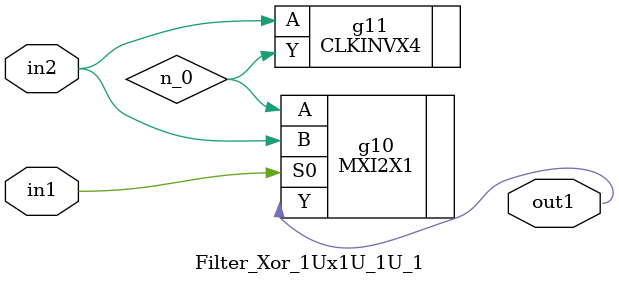
<source format=v>
`timescale 1ps / 1ps


module Filter_Xor_1Ux1U_1U_1(in2, in1, out1);
  input in2, in1;
  output out1;
  wire in2, in1;
  wire out1;
  wire n_0;
  MXI2X1 g10(.A (n_0), .B (in2), .S0 (in1), .Y (out1));
  CLKINVX4 g11(.A (in2), .Y (n_0));
endmodule


</source>
